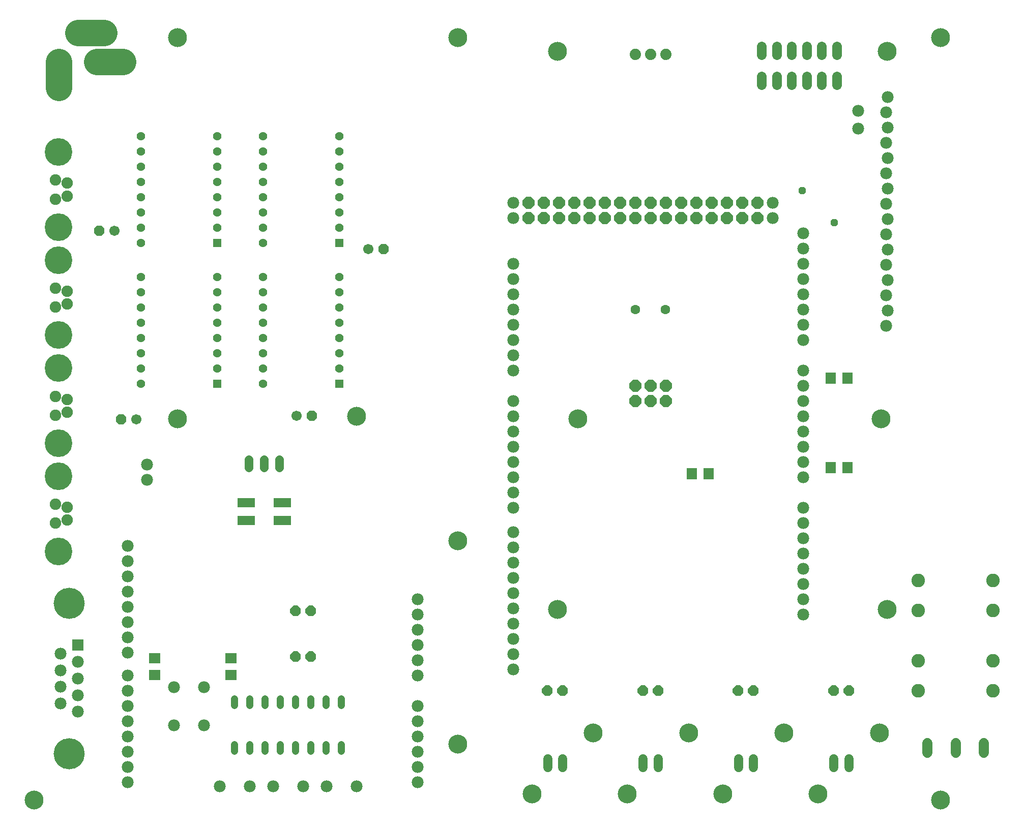
<source format=gbr>
G04 EAGLE Gerber RS-274X export*
G75*
%MOMM*%
%FSLAX34Y34*%
%LPD*%
%INSoldermask Top*%
%IPPOS*%
%AMOC8*
5,1,8,0,0,1.08239X$1,22.5*%
G01*
%ADD10C,3.149600*%
%ADD11C,1.981200*%
%ADD12P,2.144431X8X202.500000*%
%ADD13C,1.601600*%
%ADD14P,1.319650X8X157.500000*%
%ADD15C,1.524000*%
%ADD16P,1.924489X8X202.500000*%
%ADD17C,1.219200*%
%ADD18R,1.981200X1.981200*%
%ADD19C,5.181600*%
%ADD20C,1.606400*%
%ADD21C,1.879600*%
%ADD22C,1.422400*%
%ADD23R,3.001600X1.601600*%
%ADD24C,1.701800*%
%ADD25R,1.701600X1.901600*%
%ADD26P,1.924489X8X22.500000*%
%ADD27R,1.901600X1.701600*%
%ADD28C,4.419600*%
%ADD29C,2.260600*%
%ADD30R,1.426400X1.426400*%
%ADD31C,1.426400*%
%ADD32C,1.901600*%
%ADD33C,4.601600*%
%ADD34P,1.842011X8X202.500000*%
%ADD35C,1.701800*%
%ADD36P,1.842011X8X22.500000*%


D10*
X1454150Y351790D03*
X905510Y1281430D03*
X905510Y351790D03*
X1454150Y1281430D03*
X1543050Y34290D03*
X739775Y127000D03*
X273050Y669290D03*
X34290Y34290D03*
X273050Y1304290D03*
X739775Y1304290D03*
X1543050Y1304290D03*
X739775Y466090D03*
X939800Y669290D03*
X571500Y673100D03*
X1444625Y669290D03*
D11*
X222885Y592455D03*
X222885Y567055D03*
X1314450Y825500D03*
X1314450Y850900D03*
X1314450Y876300D03*
X1314450Y901700D03*
X1314450Y927100D03*
X1314450Y952500D03*
X1314450Y977900D03*
X1314450Y800100D03*
X831850Y774700D03*
X831850Y800100D03*
X831850Y825500D03*
X831850Y850900D03*
X831850Y876300D03*
X831850Y901700D03*
X831850Y927100D03*
X831850Y749300D03*
X1314450Y596900D03*
X1314450Y622300D03*
X1314450Y647700D03*
X1314450Y673100D03*
X1314450Y698500D03*
X1314450Y723900D03*
X1314450Y749300D03*
X1314450Y571500D03*
X831850Y546100D03*
X831850Y571500D03*
X831850Y596900D03*
X831850Y622300D03*
X831850Y647700D03*
X831850Y673100D03*
X831850Y698500D03*
X831850Y520700D03*
X831850Y327660D03*
X831850Y353060D03*
X831850Y378460D03*
X831850Y403860D03*
X831850Y429260D03*
X831850Y454660D03*
X831850Y480060D03*
X831850Y302260D03*
D12*
X1035050Y1028700D03*
X1035050Y1003300D03*
X1009650Y1028700D03*
X1009650Y1003300D03*
X984250Y1028700D03*
X984250Y1003300D03*
X958850Y1028700D03*
X958850Y1003300D03*
X933450Y1028700D03*
X933450Y1003300D03*
X908050Y1028700D03*
X908050Y1003300D03*
X882650Y1028700D03*
X882650Y1003300D03*
X857250Y1028700D03*
X857250Y1003300D03*
X1238250Y1028700D03*
X1238250Y1003300D03*
X1212850Y1028700D03*
X1212850Y1003300D03*
X1187450Y1028700D03*
X1187450Y1003300D03*
X1162050Y1028700D03*
X1162050Y1003300D03*
X1136650Y1028700D03*
X1136650Y1003300D03*
X1111250Y1028700D03*
X1111250Y1003300D03*
X1085850Y1028700D03*
X1085850Y1003300D03*
X1060450Y1028700D03*
X1060450Y1003300D03*
D11*
X1263650Y1003300D03*
X1263650Y1028700D03*
X831850Y1003300D03*
X831850Y1028700D03*
X1314450Y393700D03*
X1314450Y419100D03*
X1314450Y444500D03*
X1314450Y469900D03*
X1314450Y495300D03*
X1314450Y520700D03*
X831850Y276860D03*
X831850Y251460D03*
X1314450Y368300D03*
X1314450Y342900D03*
D12*
X1085850Y723900D03*
X1085850Y698500D03*
X1060450Y723900D03*
X1060450Y698500D03*
X1035050Y723900D03*
X1035050Y698500D03*
D11*
X673100Y368300D03*
X673100Y342900D03*
X673100Y317500D03*
X673100Y292100D03*
X673100Y266700D03*
X673100Y241300D03*
X673100Y190500D03*
X673100Y165100D03*
X673100Y139700D03*
X673100Y114300D03*
X673100Y88900D03*
X673100Y63500D03*
X190500Y63500D03*
X190500Y88900D03*
X190500Y114300D03*
X190500Y139700D03*
X190500Y165100D03*
X190500Y190500D03*
X190500Y215900D03*
X190500Y241300D03*
X190500Y279400D03*
X190500Y304800D03*
X190500Y330200D03*
X190500Y355600D03*
X190500Y381000D03*
X190500Y406400D03*
X190500Y431800D03*
X190500Y457200D03*
D13*
X1035150Y850900D03*
X1085750Y850900D03*
D14*
X1366791Y995409D03*
X1312909Y1049291D03*
D11*
X1455420Y1205230D03*
X1452880Y1179830D03*
X1455420Y1154430D03*
X1452880Y1129030D03*
X1455420Y1103630D03*
X1452880Y1078230D03*
X1455420Y1052830D03*
X1452880Y1027430D03*
X1455420Y1002030D03*
X1452880Y976630D03*
X1455420Y951230D03*
X1452880Y925830D03*
X1455420Y900430D03*
X1452880Y875030D03*
X1455420Y849630D03*
X1452880Y824230D03*
D15*
X914400Y102362D02*
X914400Y88138D01*
X889480Y88138D02*
X889480Y102362D01*
D10*
X965162Y145504D03*
X863511Y44234D03*
D15*
X1231900Y88138D02*
X1231900Y102362D01*
X1206980Y102362D02*
X1206980Y88138D01*
D10*
X1282662Y145504D03*
X1181011Y44234D03*
D15*
X1390650Y88138D02*
X1390650Y102362D01*
X1365730Y102362D02*
X1365730Y88138D01*
D10*
X1441412Y145504D03*
X1339761Y44234D03*
D15*
X1073150Y88138D02*
X1073150Y102362D01*
X1048230Y102362D02*
X1048230Y88138D01*
D10*
X1123912Y145504D03*
X1022261Y44234D03*
D16*
X914400Y215900D03*
X889000Y215900D03*
X1073150Y215900D03*
X1047750Y215900D03*
X1231900Y215900D03*
X1206500Y215900D03*
X1390650Y215900D03*
X1365250Y215900D03*
D11*
X1406525Y1152652D03*
X1406525Y1181608D03*
X343300Y57150D03*
X393300Y57150D03*
X432200Y57150D03*
X482200Y57150D03*
D17*
X368300Y115062D02*
X368300Y126238D01*
X393700Y126238D02*
X393700Y115062D01*
X419100Y115062D02*
X419100Y126238D01*
X444500Y126238D02*
X444500Y115062D01*
X469900Y115062D02*
X469900Y126238D01*
X495300Y126238D02*
X495300Y115062D01*
X520700Y115062D02*
X520700Y126238D01*
X546100Y126238D02*
X546100Y115062D01*
X546100Y191262D02*
X546100Y202438D01*
X520700Y202438D02*
X520700Y191262D01*
X495300Y191262D02*
X495300Y202438D01*
X469900Y202438D02*
X469900Y191262D01*
X444500Y191262D02*
X444500Y202438D01*
X419100Y202438D02*
X419100Y191262D01*
X393700Y191262D02*
X393700Y202438D01*
X368300Y202438D02*
X368300Y191262D01*
D11*
X571100Y57150D03*
X521100Y57150D03*
X317100Y158750D03*
X267100Y158750D03*
D18*
X107180Y291725D03*
D11*
X107180Y264025D03*
X107180Y236325D03*
X107180Y208625D03*
X107180Y180925D03*
X78780Y277825D03*
X78780Y250125D03*
X78780Y222525D03*
X78780Y194825D03*
D19*
X92980Y361325D03*
X92980Y111325D03*
D20*
X1245600Y1224776D02*
X1245600Y1239824D01*
X1245600Y1274776D02*
X1245600Y1289824D01*
X1270600Y1239824D02*
X1270600Y1224776D01*
X1270600Y1274776D02*
X1270600Y1289824D01*
X1295600Y1239824D02*
X1295600Y1224776D01*
X1295600Y1274776D02*
X1295600Y1289824D01*
X1320600Y1239824D02*
X1320600Y1224776D01*
X1320600Y1274776D02*
X1320600Y1289824D01*
X1345600Y1239824D02*
X1345600Y1224776D01*
X1345600Y1274776D02*
X1345600Y1289824D01*
X1370600Y1239824D02*
X1370600Y1224776D01*
X1370600Y1274776D02*
X1370600Y1289824D01*
D21*
X1060450Y1276350D03*
X1035050Y1276350D03*
X1085850Y1276350D03*
D22*
X391795Y600964D02*
X391795Y587756D01*
X417195Y587756D02*
X417195Y600964D01*
X442595Y600964D02*
X442595Y587756D01*
D23*
X447675Y499350D03*
X447675Y529350D03*
X387350Y529350D03*
X387350Y499350D03*
D24*
X1568450Y128651D02*
X1568450Y112649D01*
X1521460Y112649D02*
X1521460Y128651D01*
X1615440Y128651D02*
X1615440Y112649D01*
D11*
X317100Y222250D03*
X267100Y222250D03*
D25*
X1129000Y577850D03*
X1157000Y577850D03*
D26*
X469900Y349250D03*
X495300Y349250D03*
X469900Y273050D03*
X495300Y273050D03*
D27*
X234950Y241905D03*
X234950Y269905D03*
X361950Y241905D03*
X361950Y269905D03*
D28*
X182880Y1263650D02*
X139700Y1263650D01*
X76200Y1263650D02*
X76200Y1220470D01*
X107950Y1311910D02*
X151130Y1311910D01*
D29*
X1630950Y216300D03*
X1630950Y266300D03*
X1505950Y266300D03*
X1505950Y216300D03*
X1630950Y349650D03*
X1630950Y399650D03*
X1505950Y399650D03*
X1505950Y349650D03*
D25*
X1360775Y587375D03*
X1388775Y587375D03*
X1360775Y736600D03*
X1388775Y736600D03*
D30*
X339725Y962025D03*
D31*
X339725Y987425D03*
X339725Y1012825D03*
X339725Y1038225D03*
X339725Y1063625D03*
X339725Y1089025D03*
X339725Y1114425D03*
X339725Y1139825D03*
X212725Y1139825D03*
X212725Y1114425D03*
X212725Y1089025D03*
X212725Y1063625D03*
X212725Y1038225D03*
X212725Y1012825D03*
X212725Y987425D03*
X212725Y962025D03*
D30*
X542925Y962025D03*
D31*
X542925Y987425D03*
X542925Y1012825D03*
X542925Y1038225D03*
X542925Y1063625D03*
X542925Y1089025D03*
X542925Y1114425D03*
X542925Y1139825D03*
X415925Y1139825D03*
X415925Y1114425D03*
X415925Y1089025D03*
X415925Y1063625D03*
X415925Y1038225D03*
X415925Y1012825D03*
X415925Y987425D03*
X415925Y962025D03*
D30*
X339725Y727075D03*
D31*
X339725Y752475D03*
X339725Y777875D03*
X339725Y803275D03*
X339725Y828675D03*
X339725Y854075D03*
X339725Y879475D03*
X339725Y904875D03*
X212725Y904875D03*
X212725Y879475D03*
X212725Y854075D03*
X212725Y828675D03*
X212725Y803275D03*
X212725Y777875D03*
X212725Y752475D03*
X212725Y727075D03*
D30*
X542925Y727075D03*
D31*
X542925Y752475D03*
X542925Y777875D03*
X542925Y803275D03*
X542925Y828675D03*
X542925Y854075D03*
X542925Y879475D03*
X542925Y904875D03*
X415925Y904875D03*
X415925Y879475D03*
X415925Y854075D03*
X415925Y828675D03*
X415925Y803275D03*
X415925Y777875D03*
X415925Y752475D03*
X415925Y727075D03*
D32*
X90000Y1040000D03*
X90000Y1061500D03*
X70500Y1035000D03*
X70500Y1066500D03*
D33*
X75500Y988250D03*
X75500Y1113250D03*
D32*
X90000Y860000D03*
X90000Y881500D03*
X70500Y855000D03*
X70500Y886500D03*
D33*
X75500Y808250D03*
X75500Y933250D03*
D32*
X90000Y680000D03*
X90000Y701500D03*
X70500Y675000D03*
X70500Y706500D03*
D33*
X75500Y628250D03*
X75500Y753250D03*
D32*
X90000Y500000D03*
X90000Y521500D03*
X70500Y495000D03*
X70500Y526500D03*
D33*
X75500Y448250D03*
X75500Y573250D03*
D34*
X179300Y668000D03*
D35*
X204700Y668000D03*
D36*
X616700Y952000D03*
D35*
X591300Y952000D03*
D34*
X143300Y982000D03*
D35*
X168700Y982000D03*
D36*
X496700Y674000D03*
D35*
X471300Y674000D03*
M02*

</source>
